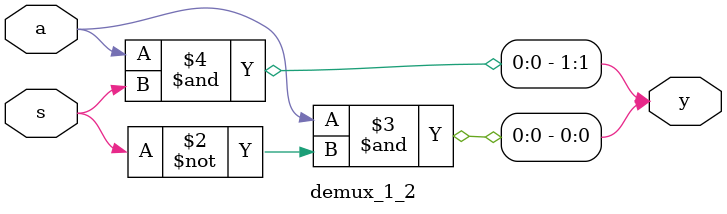
<source format=v>
`timescale 1ns / 1ps
module demux_1_2(input a, s, output reg [1:0] y);
    always @(*) begin
        y[0] = (a & ~s);
        y[1] = (a & s);
    end
endmodule

</source>
